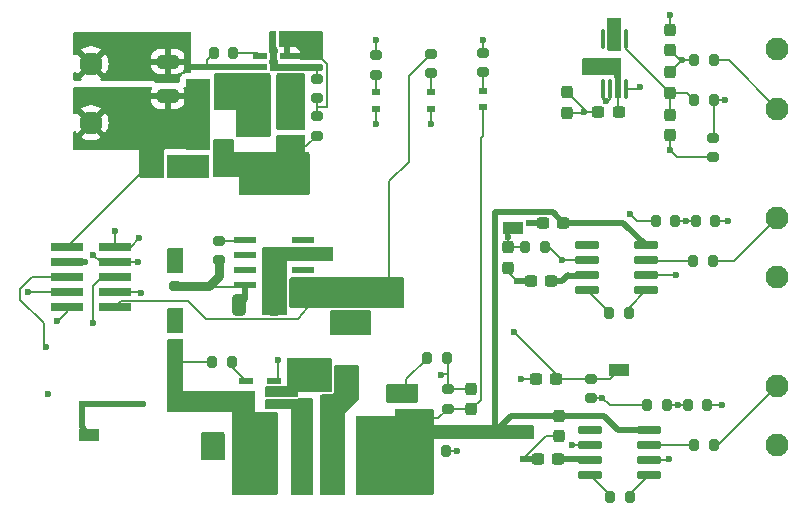
<source format=gbr>
%TF.GenerationSoftware,KiCad,Pcbnew,8.0.6*%
%TF.CreationDate,2024-11-16T21:14:38-08:00*%
%TF.ProjectId,CAN_adc,43414e5f-6164-4632-9e6b-696361645f70,rev?*%
%TF.SameCoordinates,Original*%
%TF.FileFunction,Copper,L1,Top*%
%TF.FilePolarity,Positive*%
%FSLAX46Y46*%
G04 Gerber Fmt 4.6, Leading zero omitted, Abs format (unit mm)*
G04 Created by KiCad (PCBNEW 8.0.6) date 2024-11-16 21:14:38*
%MOMM*%
%LPD*%
G01*
G04 APERTURE LIST*
G04 Aperture macros list*
%AMRoundRect*
0 Rectangle with rounded corners*
0 $1 Rounding radius*
0 $2 $3 $4 $5 $6 $7 $8 $9 X,Y pos of 4 corners*
0 Add a 4 corners polygon primitive as box body*
4,1,4,$2,$3,$4,$5,$6,$7,$8,$9,$2,$3,0*
0 Add four circle primitives for the rounded corners*
1,1,$1+$1,$2,$3*
1,1,$1+$1,$4,$5*
1,1,$1+$1,$6,$7*
1,1,$1+$1,$8,$9*
0 Add four rect primitives between the rounded corners*
20,1,$1+$1,$2,$3,$4,$5,0*
20,1,$1+$1,$4,$5,$6,$7,0*
20,1,$1+$1,$6,$7,$8,$9,0*
20,1,$1+$1,$8,$9,$2,$3,0*%
G04 Aperture macros list end*
%TA.AperFunction,SMDPad,CuDef*%
%ADD10RoundRect,0.250000X-0.325000X-0.650000X0.325000X-0.650000X0.325000X0.650000X-0.325000X0.650000X0*%
%TD*%
%TA.AperFunction,SMDPad,CuDef*%
%ADD11RoundRect,0.075000X0.910000X0.225000X-0.910000X0.225000X-0.910000X-0.225000X0.910000X-0.225000X0*%
%TD*%
%TA.AperFunction,SMDPad,CuDef*%
%ADD12RoundRect,0.100000X-0.100000X0.712500X-0.100000X-0.712500X0.100000X-0.712500X0.100000X0.712500X0*%
%TD*%
%TA.AperFunction,SMDPad,CuDef*%
%ADD13R,2.670000X2.540000*%
%TD*%
%TA.AperFunction,SMDPad,CuDef*%
%ADD14R,0.762000X1.270000*%
%TD*%
%TA.AperFunction,SMDPad,CuDef*%
%ADD15R,1.219200X0.508000*%
%TD*%
%TA.AperFunction,SMDPad,CuDef*%
%ADD16R,1.981200X0.533400*%
%TD*%
%TA.AperFunction,SMDPad,CuDef*%
%ADD17R,1.800000X1.000000*%
%TD*%
%TA.AperFunction,SMDPad,CuDef*%
%ADD18RoundRect,0.200000X0.200000X0.275000X-0.200000X0.275000X-0.200000X-0.275000X0.200000X-0.275000X0*%
%TD*%
%TA.AperFunction,SMDPad,CuDef*%
%ADD19RoundRect,0.200000X-0.275000X0.200000X-0.275000X-0.200000X0.275000X-0.200000X0.275000X0.200000X0*%
%TD*%
%TA.AperFunction,SMDPad,CuDef*%
%ADD20RoundRect,0.200000X0.275000X-0.200000X0.275000X0.200000X-0.275000X0.200000X-0.275000X-0.200000X0*%
%TD*%
%TA.AperFunction,SMDPad,CuDef*%
%ADD21RoundRect,0.200000X-0.200000X-0.275000X0.200000X-0.275000X0.200000X0.275000X-0.200000X0.275000X0*%
%TD*%
%TA.AperFunction,SMDPad,CuDef*%
%ADD22RoundRect,0.250001X-0.462499X-1.074999X0.462499X-1.074999X0.462499X1.074999X-0.462499X1.074999X0*%
%TD*%
%TA.AperFunction,SMDPad,CuDef*%
%ADD23RoundRect,0.250001X-1.074999X0.462499X-1.074999X-0.462499X1.074999X-0.462499X1.074999X0.462499X0*%
%TD*%
%TA.AperFunction,SMDPad,CuDef*%
%ADD24R,2.790000X0.740000*%
%TD*%
%TA.AperFunction,ComponentPad*%
%ADD25C,1.950000*%
%TD*%
%TA.AperFunction,SMDPad,CuDef*%
%ADD26R,0.800000X0.600000*%
%TD*%
%TA.AperFunction,SMDPad,CuDef*%
%ADD27RoundRect,0.150000X0.200000X-0.150000X0.200000X0.150000X-0.200000X0.150000X-0.200000X-0.150000X0*%
%TD*%
%TA.AperFunction,SMDPad,CuDef*%
%ADD28RoundRect,0.237500X0.300000X0.237500X-0.300000X0.237500X-0.300000X-0.237500X0.300000X-0.237500X0*%
%TD*%
%TA.AperFunction,SMDPad,CuDef*%
%ADD29RoundRect,0.237500X-0.237500X0.300000X-0.237500X-0.300000X0.237500X-0.300000X0.237500X0.300000X0*%
%TD*%
%TA.AperFunction,SMDPad,CuDef*%
%ADD30RoundRect,0.250000X0.475000X-0.337500X0.475000X0.337500X-0.475000X0.337500X-0.475000X-0.337500X0*%
%TD*%
%TA.AperFunction,SMDPad,CuDef*%
%ADD31RoundRect,0.237500X-0.300000X-0.237500X0.300000X-0.237500X0.300000X0.237500X-0.300000X0.237500X0*%
%TD*%
%TA.AperFunction,SMDPad,CuDef*%
%ADD32RoundRect,0.250000X-0.650000X0.412500X-0.650000X-0.412500X0.650000X-0.412500X0.650000X0.412500X0*%
%TD*%
%TA.AperFunction,SMDPad,CuDef*%
%ADD33RoundRect,0.237500X0.237500X-0.300000X0.237500X0.300000X-0.237500X0.300000X-0.237500X-0.300000X0*%
%TD*%
%TA.AperFunction,SMDPad,CuDef*%
%ADD34RoundRect,0.250000X0.337500X0.475000X-0.337500X0.475000X-0.337500X-0.475000X0.337500X-0.475000X0*%
%TD*%
%TA.AperFunction,SMDPad,CuDef*%
%ADD35RoundRect,0.250000X-0.650000X0.325000X-0.650000X-0.325000X0.650000X-0.325000X0.650000X0.325000X0*%
%TD*%
%TA.AperFunction,ViaPad*%
%ADD36C,0.600000*%
%TD*%
%TA.AperFunction,Conductor*%
%ADD37C,0.508000*%
%TD*%
%TA.AperFunction,Conductor*%
%ADD38C,0.200000*%
%TD*%
%TA.AperFunction,Conductor*%
%ADD39C,0.762000*%
%TD*%
G04 APERTURE END LIST*
D10*
%TO.P,C19,1*%
%TO.N,Net-(U2-IN)*%
X89525000Y-78600000D03*
%TO.P,C19,2*%
%TO.N,GND*%
X92475000Y-78600000D03*
%TD*%
D11*
%TO.P,U11,8*%
%TO.N,Net-(R31-Pad2)*%
X119030000Y-77405000D03*
%TO.P,U11,7,VCC+*%
%TO.N,/5V*%
X119030000Y-76135000D03*
%TO.P,U11,6*%
%TO.N,Net-(R26-Pad1)*%
X119030000Y-74865000D03*
%TO.P,U11,5,NC*%
%TO.N,unconnected-(U11-NC-Pad5)*%
X119030000Y-73595000D03*
%TO.P,U11,4,VCC-*%
%TO.N,/N5V*%
X123970000Y-73595000D03*
%TO.P,U11,3*%
%TO.N,Net-(R29-Pad2)*%
X123970000Y-74865000D03*
%TO.P,U11,2*%
%TO.N,Net-(R30-Pad2)*%
X123970000Y-76135000D03*
%TO.P,U11,1*%
%TO.N,/Analog_input/OFFSET*%
X123970000Y-77405000D03*
%TD*%
D12*
%TO.P,U9,1,-IN*%
%TO.N,Net-(C10-Pad2)*%
X122275000Y-56087500D03*
%TO.P,U9,2,REF*%
%TO.N,GND*%
X121625000Y-56087500D03*
%TO.P,U9,3,-Vs*%
X120975000Y-56087500D03*
%TO.P,U9,4*%
%TO.N,N/C*%
X120325000Y-56087500D03*
%TO.P,U9,5,SENSE*%
%TO.N,/IN1*%
X120325000Y-60312500D03*
%TO.P,U9,6*%
X120975000Y-60312500D03*
%TO.P,U9,7,+Vs*%
%TO.N,/5V*%
X121625000Y-60312500D03*
%TO.P,U9,8,+IN*%
%TO.N,Net-(C8-Pad2)*%
X122275000Y-60312500D03*
%TD*%
D11*
%TO.P,U7,1*%
%TO.N,/Analog_input1/OFFSET*%
X124215000Y-93005000D03*
%TO.P,U7,2*%
%TO.N,Net-(R20-Pad2)*%
X124215000Y-91735000D03*
%TO.P,U7,3*%
%TO.N,Net-(R19-Pad2)*%
X124215000Y-90465000D03*
%TO.P,U7,4,VCC-*%
%TO.N,/N5V*%
X124215000Y-89195000D03*
%TO.P,U7,5,NC*%
%TO.N,unconnected-(U7-NC-Pad5)*%
X119275000Y-89195000D03*
%TO.P,U7,6*%
%TO.N,Net-(R22-Pad2)*%
X119275000Y-90465000D03*
%TO.P,U7,7,VCC+*%
%TO.N,/5V*%
X119275000Y-91735000D03*
%TO.P,U7,8*%
%TO.N,Net-(R21-Pad2)*%
X119275000Y-93005000D03*
%TD*%
D13*
%TO.P,U6,1*%
%TO.N,GND*%
X95990000Y-84600000D03*
D14*
%TO.P,U6,2*%
%TO.N,Net-(C14-Pad2)*%
X98341000Y-84600000D03*
%TD*%
D13*
%TO.P,U5,1*%
%TO.N,Net-(U3-SW)*%
X88800000Y-60400000D03*
D14*
%TO.P,U5,2*%
%TO.N,GND*%
X86449000Y-60400000D03*
%TD*%
D15*
%TO.P,U4,1,SW*%
%TO.N,Net-(U4-SW)*%
X92519200Y-86939800D03*
%TO.P,U4,2,GND*%
%TO.N,GND*%
X92519200Y-86000000D03*
%TO.P,U4,3,NFB*%
%TO.N,/Input_Power/N5V_FB*%
X92519200Y-85060200D03*
%TO.P,U4,4,~SHDN*%
%TO.N,Net-(U4-~SHDN)*%
X90080800Y-85060200D03*
%TO.P,U4,5,VIN*%
%TO.N,Net-(U4-VIN)*%
X90080800Y-86939800D03*
%TD*%
%TO.P,U3,1,BOOST*%
%TO.N,/Input_Power/BOOST*%
X93593000Y-59450000D03*
%TO.P,U3,2,GND*%
%TO.N,GND*%
X93593000Y-58500000D03*
%TO.P,U3,3,FB*%
%TO.N,Net-(U3-FB)*%
X93593000Y-57550000D03*
%TO.P,U3,4,\u002ASHDN*%
%TO.N,Net-(U3-\u002ASHDN)*%
X91307000Y-57550000D03*
%TO.P,U3,5,VIN*%
%TO.N,/Input_Power/V_IN*%
X91307000Y-58500000D03*
%TO.P,U3,6,SW*%
%TO.N,Net-(U3-SW)*%
X91307000Y-59450000D03*
%TD*%
D16*
%TO.P,U2,1,OUT*%
%TO.N,/3V3*%
X94963800Y-76905000D03*
%TO.P,U2,2,NC_2*%
%TO.N,unconnected-(U2-NC_2-Pad2)*%
X94963800Y-75635000D03*
%TO.P,U2,3,GND*%
%TO.N,GND*%
X94963800Y-74365000D03*
%TO.P,U2,4,NC*%
%TO.N,unconnected-(U2-NC-Pad4)*%
X94963800Y-73095000D03*
%TO.P,U2,5,~SHDN*%
%TO.N,Net-(U2-~SHDN)*%
X90036200Y-73095000D03*
%TO.P,U2,6,NC_3*%
%TO.N,unconnected-(U2-NC_3-Pad6)*%
X90036200Y-74365000D03*
%TO.P,U2,7,NC_4*%
%TO.N,unconnected-(U2-NC_4-Pad7)*%
X90036200Y-75635000D03*
%TO.P,U2,8,IN*%
%TO.N,Net-(U2-IN)*%
X90036200Y-76905000D03*
%TD*%
D17*
%TO.P,TP7,1*%
%TO.N,/IN3*%
X112700000Y-72100000D03*
%TD*%
%TO.P,TP6,1*%
%TO.N,/IN4*%
X121700000Y-84100000D03*
%TD*%
%TO.P,TP5,1*%
%TO.N,/3V3*%
X76800000Y-89600000D03*
%TD*%
%TO.P,TP4,1*%
%TO.N,/3V3*%
X102261800Y-77000000D03*
%TD*%
%TO.P,TP3,1*%
%TO.N,/N5V*%
X104800000Y-94000000D03*
%TD*%
%TO.P,TP2,1*%
%TO.N,/5V*%
X94300000Y-67200000D03*
%TD*%
D18*
%TO.P,R32,2*%
%TO.N,Net-(R26-Pad1)*%
X124800000Y-71500000D03*
%TO.P,R32,1*%
%TO.N,Net-(R30-Pad2)*%
X126450000Y-71500000D03*
%TD*%
%TO.P,R31,2*%
%TO.N,Net-(R31-Pad2)*%
X120875000Y-79300000D03*
%TO.P,R31,1*%
%TO.N,/Analog_input/OFFSET*%
X122525000Y-79300000D03*
%TD*%
%TO.P,R30,2*%
%TO.N,Net-(R30-Pad2)*%
X128200000Y-71500000D03*
%TO.P,R30,1*%
%TO.N,GND*%
X129850000Y-71500000D03*
%TD*%
%TO.P,R29,2*%
%TO.N,Net-(R29-Pad2)*%
X127975000Y-74900000D03*
%TO.P,R29,1*%
%TO.N,/Analog_input/IN+*%
X129625000Y-74900000D03*
%TD*%
D19*
%TO.P,R27,2*%
%TO.N,Net-(D4-Pad2)*%
X110200000Y-58925000D03*
%TO.P,R27,1*%
%TO.N,GND*%
X110200000Y-57275000D03*
%TD*%
D18*
%TO.P,R26,2*%
%TO.N,/IN3*%
X113775000Y-73700000D03*
%TO.P,R26,1*%
%TO.N,Net-(R26-Pad1)*%
X115425000Y-73700000D03*
%TD*%
D19*
%TO.P,R25,1*%
%TO.N,/3V3*%
X105800000Y-57375000D03*
%TO.P,R25,2*%
%TO.N,Net-(D3-Pad2)*%
X105800000Y-59025000D03*
%TD*%
%TO.P,R24,1*%
%TO.N,/5V*%
X101100000Y-57500000D03*
%TO.P,R24,2*%
%TO.N,Net-(D2-Pad2)*%
X101100000Y-59150000D03*
%TD*%
D20*
%TO.P,R23,1*%
%TO.N,Net-(R22-Pad2)*%
X119300000Y-86525000D03*
%TO.P,R23,2*%
%TO.N,/IN4*%
X119300000Y-84875000D03*
%TD*%
D18*
%TO.P,R22,1*%
%TO.N,Net-(R20-Pad2)*%
X125750000Y-87100000D03*
%TO.P,R22,2*%
%TO.N,Net-(R22-Pad2)*%
X124100000Y-87100000D03*
%TD*%
%TO.P,R21,1*%
%TO.N,/Analog_input1/OFFSET*%
X122625000Y-94900000D03*
%TO.P,R21,2*%
%TO.N,Net-(R21-Pad2)*%
X120975000Y-94900000D03*
%TD*%
%TO.P,R20,1*%
%TO.N,GND*%
X129150000Y-87100000D03*
%TO.P,R20,2*%
%TO.N,Net-(R20-Pad2)*%
X127500000Y-87100000D03*
%TD*%
%TO.P,R19,1*%
%TO.N,/Analog_input1/IN+*%
X129725000Y-90500000D03*
%TO.P,R19,2*%
%TO.N,Net-(R19-Pad2)*%
X128075000Y-90500000D03*
%TD*%
D20*
%TO.P,R18,1*%
%TO.N,GND*%
X129700000Y-66125000D03*
%TO.P,R18,2*%
%TO.N,/Thermocouple_conditioning/IN-*%
X129700000Y-64475000D03*
%TD*%
D18*
%TO.P,R17,1*%
%TO.N,/Thermocouple_conditioning/IN+*%
X129725000Y-57900000D03*
%TO.P,R17,2*%
%TO.N,Net-(C8-Pad2)*%
X128075000Y-57900000D03*
%TD*%
%TO.P,R16,1*%
%TO.N,/Thermocouple_conditioning/IN-*%
X129725000Y-61300000D03*
%TO.P,R16,2*%
%TO.N,Net-(C10-Pad2)*%
X128075000Y-61300000D03*
%TD*%
D20*
%TO.P,R11,1*%
%TO.N,/N5V*%
X107200000Y-87425000D03*
%TO.P,R11,2*%
%TO.N,/Input_Power/N5V_FB*%
X107200000Y-85775000D03*
%TD*%
D18*
%TO.P,R10,1*%
%TO.N,/Input_Power/N5V_FB*%
X107125000Y-83100000D03*
%TO.P,R10,2*%
%TO.N,GND*%
X105475000Y-83100000D03*
%TD*%
D21*
%TO.P,R9,1*%
%TO.N,/N5V*%
X105375000Y-91000000D03*
%TO.P,R9,2*%
%TO.N,GND*%
X107025000Y-91000000D03*
%TD*%
%TO.P,R8,1*%
%TO.N,Net-(U4-VIN)*%
X87275000Y-83500000D03*
%TO.P,R8,2*%
%TO.N,Net-(U4-~SHDN)*%
X88925000Y-83500000D03*
%TD*%
D19*
%TO.P,R7,1*%
%TO.N,/5V*%
X84100000Y-80475000D03*
%TO.P,R7,2*%
%TO.N,Net-(U4-VIN)*%
X84100000Y-82125000D03*
%TD*%
%TO.P,R6,1*%
%TO.N,/3V3*%
X100000000Y-77975000D03*
%TO.P,R6,2*%
%TO.N,GND*%
X100000000Y-79625000D03*
%TD*%
%TO.P,R5,1*%
%TO.N,/5V*%
X84100000Y-75375000D03*
%TO.P,R5,2*%
%TO.N,Net-(U2-IN)*%
X84100000Y-77025000D03*
%TD*%
%TO.P,R4,1*%
%TO.N,Net-(U2-~SHDN)*%
X87800000Y-73175000D03*
%TO.P,R4,2*%
%TO.N,Net-(U2-IN)*%
X87800000Y-74825000D03*
%TD*%
D20*
%TO.P,R3,1*%
%TO.N,Net-(U3-FB)*%
X96100000Y-61125000D03*
%TO.P,R3,2*%
%TO.N,GND*%
X96100000Y-59475000D03*
%TD*%
%TO.P,R2,2*%
%TO.N,Net-(U3-FB)*%
X96100000Y-62675000D03*
%TO.P,R2,1*%
%TO.N,/5V*%
X96100000Y-64325000D03*
%TD*%
D18*
%TO.P,R1,1*%
%TO.N,Net-(U3-\u002ASHDN)*%
X89025000Y-57300000D03*
%TO.P,R1,2*%
%TO.N,/Input_Power/V_IN*%
X87375000Y-57300000D03*
%TD*%
D22*
%TO.P,L5,1,1*%
%TO.N,Net-(C14-Pad2)*%
X97412500Y-89600000D03*
%TO.P,L5,2,2*%
%TO.N,/N5V*%
X100387500Y-89600000D03*
%TD*%
%TO.P,L4,1,1*%
%TO.N,Net-(C14-Pad2)*%
X97412500Y-93200000D03*
%TO.P,L4,2,2*%
%TO.N,/N5V*%
X100387500Y-93200000D03*
%TD*%
%TO.P,L3,1,1*%
%TO.N,Net-(U4-VIN)*%
X91812500Y-93200000D03*
%TO.P,L3,2,2*%
%TO.N,Net-(U4-SW)*%
X94787500Y-93200000D03*
%TD*%
%TO.P,L2,1,1*%
%TO.N,Net-(U4-VIN)*%
X91812500Y-89600000D03*
%TO.P,L2,2,2*%
%TO.N,Net-(U4-SW)*%
X94787500Y-89600000D03*
%TD*%
D23*
%TO.P,L1,1,1*%
%TO.N,Net-(U3-SW)*%
X90900000Y-63512500D03*
%TO.P,L1,2,2*%
%TO.N,/5V*%
X90900000Y-66487500D03*
%TD*%
D24*
%TO.P,J5,1*%
%TO.N,/3V3*%
X79035000Y-78840000D03*
%TO.P,J5,2*%
%TO.N,/DOUT*%
X74965000Y-78840000D03*
%TO.P,J5,3*%
%TO.N,/IN1*%
X79035000Y-77570000D03*
%TO.P,J5,4*%
%TO.N,/CSn*%
X74965000Y-77570000D03*
%TO.P,J5,5*%
%TO.N,/IN2*%
X79035000Y-76300000D03*
%TO.P,J5,6*%
%TO.N,/SCLK*%
X74965000Y-76300000D03*
%TO.P,J5,7*%
%TO.N,/IN3*%
X79035000Y-75030000D03*
%TO.P,J5,8*%
%TO.N,/DIN*%
X74965000Y-75030000D03*
%TO.P,J5,9*%
%TO.N,/IN4*%
X79035000Y-73760000D03*
%TO.P,J5,10*%
%TO.N,GND*%
X74965000Y-73760000D03*
%TD*%
D25*
%TO.P,J4,1*%
%TO.N,GND*%
X135100000Y-90500000D03*
%TO.P,J4,2*%
%TO.N,/Analog_input1/IN+*%
X135100000Y-85500000D03*
%TD*%
%TO.P,J3,2*%
%TO.N,/Analog_input/IN+*%
X135100000Y-71250000D03*
%TO.P,J3,1*%
%TO.N,GND*%
X135100000Y-76250000D03*
%TD*%
%TO.P,J2,2*%
%TO.N,/Thermocouple_conditioning/IN-*%
X135100000Y-57000000D03*
%TO.P,J2,1*%
%TO.N,/Thermocouple_conditioning/IN+*%
X135100000Y-62000000D03*
%TD*%
%TO.P,J1,2*%
%TO.N,GND*%
X77000000Y-63200000D03*
%TO.P,J1,1*%
%TO.N,/Input_Power/V_IN*%
X77000000Y-58200000D03*
%TD*%
D26*
%TO.P,D4,1*%
%TO.N,/N5V*%
X110200000Y-61900000D03*
%TO.P,D4,2*%
%TO.N,Net-(D4-Pad2)*%
X110200000Y-60500000D03*
%TD*%
%TO.P,D3,2*%
%TO.N,Net-(D3-Pad2)*%
X105800000Y-60600000D03*
%TO.P,D3,1*%
%TO.N,GND*%
X105800000Y-62000000D03*
%TD*%
%TO.P,D2,2*%
%TO.N,Net-(D2-Pad2)*%
X101100000Y-60625000D03*
%TO.P,D2,1*%
%TO.N,GND*%
X101100000Y-62025000D03*
%TD*%
D27*
%TO.P,D1,1,K*%
%TO.N,/Input_Power/BOOST*%
X93600000Y-63200000D03*
%TO.P,D1,2,A*%
%TO.N,/5V*%
X93600000Y-64600000D03*
%TD*%
D28*
%TO.P,C27,2*%
%TO.N,GND*%
X115275000Y-71700000D03*
%TO.P,C27,1*%
%TO.N,/N5V*%
X117000000Y-71700000D03*
%TD*%
%TO.P,C26,2*%
%TO.N,GND*%
X114237500Y-76600000D03*
%TO.P,C26,1*%
%TO.N,/5V*%
X115962500Y-76600000D03*
%TD*%
D29*
%TO.P,C21,2*%
%TO.N,GND*%
X112300000Y-75462500D03*
%TO.P,C21,1*%
%TO.N,/IN3*%
X112300000Y-73737500D03*
%TD*%
D28*
%TO.P,C18,1*%
%TO.N,/IN4*%
X116362500Y-84900000D03*
%TO.P,C18,2*%
%TO.N,GND*%
X114637500Y-84900000D03*
%TD*%
D29*
%TO.P,C17,1*%
%TO.N,/N5V*%
X116600000Y-88037500D03*
%TO.P,C17,2*%
%TO.N,GND*%
X116600000Y-89762500D03*
%TD*%
D28*
%TO.P,C16,1*%
%TO.N,/5V*%
X116562500Y-91700000D03*
%TO.P,C16,2*%
%TO.N,GND*%
X114837500Y-91700000D03*
%TD*%
D30*
%TO.P,C15,2*%
%TO.N,GND*%
X103700000Y-86162500D03*
%TO.P,C15,1*%
%TO.N,/N5V*%
X103700000Y-88237500D03*
%TD*%
D31*
%TO.P,C14,1*%
%TO.N,Net-(U4-SW)*%
X95237500Y-87100000D03*
%TO.P,C14,2*%
%TO.N,Net-(C14-Pad2)*%
X96962500Y-87100000D03*
%TD*%
D32*
%TO.P,C13,1*%
%TO.N,Net-(U4-VIN)*%
X87300000Y-86937500D03*
%TO.P,C13,2*%
%TO.N,GND*%
X87300000Y-90062500D03*
%TD*%
D29*
%TO.P,C12,1*%
%TO.N,/3V3*%
X97900000Y-78037500D03*
%TO.P,C12,2*%
%TO.N,GND*%
X97900000Y-79762500D03*
%TD*%
D33*
%TO.P,C10,1*%
%TO.N,GND*%
X126000000Y-64262500D03*
%TO.P,C10,2*%
%TO.N,Net-(C10-Pad2)*%
X126000000Y-62537500D03*
%TD*%
%TO.P,C9,1*%
%TO.N,Net-(C8-Pad2)*%
X126000000Y-57062500D03*
%TO.P,C9,2*%
%TO.N,GND*%
X126000000Y-55337500D03*
%TD*%
%TO.P,C8,1*%
%TO.N,Net-(C10-Pad2)*%
X126000000Y-60662500D03*
%TO.P,C8,2*%
%TO.N,Net-(C8-Pad2)*%
X126000000Y-58937500D03*
%TD*%
%TO.P,C7,1*%
%TO.N,/N5V*%
X109200000Y-87462500D03*
%TO.P,C7,2*%
%TO.N,/Input_Power/N5V_FB*%
X109200000Y-85737500D03*
%TD*%
D34*
%TO.P,C6,1*%
%TO.N,Net-(C4-Pad2)*%
X84137500Y-66900000D03*
%TO.P,C6,2*%
%TO.N,GND*%
X82062500Y-66900000D03*
%TD*%
D33*
%TO.P,C5,1*%
%TO.N,GND*%
X117300000Y-62362500D03*
%TO.P,C5,2*%
X117300000Y-60637500D03*
%TD*%
D34*
%TO.P,C4,1*%
%TO.N,/5V*%
X88037500Y-66900000D03*
%TO.P,C4,2*%
%TO.N,Net-(C4-Pad2)*%
X85962500Y-66900000D03*
%TD*%
D28*
%TO.P,C3,1*%
%TO.N,/Input_Power/BOOST*%
X93355500Y-61200000D03*
%TO.P,C3,2*%
%TO.N,Net-(U3-SW)*%
X91630500Y-61200000D03*
%TD*%
%TO.P,C2,1*%
%TO.N,/5V*%
X121662500Y-62300000D03*
%TO.P,C2,2*%
%TO.N,GND*%
X119937500Y-62300000D03*
%TD*%
D35*
%TO.P,C1,1*%
%TO.N,/Input_Power/V_IN*%
X83500000Y-58025000D03*
%TO.P,C1,2*%
%TO.N,GND*%
X83500000Y-60975000D03*
%TD*%
D36*
%TO.N,GND*%
X87600000Y-91500000D03*
X86900000Y-91500000D03*
X99300000Y-80900000D03*
X98400000Y-80900000D03*
%TO.N,/IN4*%
X79000000Y-72400000D03*
%TO.N,/CSn*%
X71620134Y-77570000D03*
%TO.N,/IN3*%
X77200000Y-74400000D03*
%TO.N,/DOUT*%
X74100000Y-80000000D03*
%TO.N,/SCLK*%
X73220134Y-82179866D03*
%TO.N,/IN2*%
X77200000Y-80200000D03*
%TO.N,/DIN*%
X76500000Y-75000000D03*
%TO.N,/IN1*%
X81200000Y-77600000D03*
X120600000Y-61400000D03*
%TO.N,/IN4*%
X81100000Y-73000000D03*
%TO.N,/IN3*%
X81000000Y-75000000D03*
%TO.N,GND*%
X73331250Y-86168750D03*
%TO.N,/3V3*%
X76200000Y-87000000D03*
X81400000Y-87000000D03*
X96100000Y-77900000D03*
%TO.N,/5V*%
X117400000Y-76200000D03*
%TO.N,/IN4*%
X112800000Y-80900000D03*
%TO.N,/IN3*%
X112300000Y-72900000D03*
%TO.N,GND*%
X114100000Y-71700000D03*
X113100000Y-76600000D03*
%TO.N,Net-(R30-Pad2)*%
X127400000Y-71500000D03*
X126565000Y-76135000D03*
%TO.N,GND*%
X130900000Y-71500000D03*
%TO.N,Net-(R26-Pad1)*%
X116900000Y-74865000D03*
X122600000Y-70900000D03*
%TO.N,Net-(R22-Pad2)*%
X117750000Y-90450000D03*
X120300000Y-86500000D03*
%TO.N,GND*%
X113400000Y-84900000D03*
X113600000Y-91700000D03*
%TO.N,/5V*%
X117700000Y-91700000D03*
%TO.N,Net-(R20-Pad2)*%
X126725000Y-87100000D03*
X125900000Y-91700000D03*
%TO.N,/Thermocouple_conditioning/IN-*%
X130700000Y-61300000D03*
%TO.N,GND*%
X130400000Y-87100000D03*
%TO.N,/5V*%
X118900000Y-58100000D03*
X118900000Y-58800000D03*
%TO.N,GND*%
X118700000Y-62300000D03*
%TO.N,Net-(C8-Pad2)*%
X127037500Y-57900000D03*
X123500000Y-60200000D03*
%TO.N,GND*%
X126000000Y-65500000D03*
X126000000Y-54100000D03*
X121300000Y-54600000D03*
X110200000Y-56200000D03*
X108000000Y-91000000D03*
%TO.N,/Input_Power/N5V_FB*%
X92800000Y-83300000D03*
X106600000Y-84600000D03*
%TO.N,GND*%
X102300000Y-86400000D03*
X102300000Y-85700000D03*
X93900000Y-85900000D03*
%TO.N,/5V*%
X83700000Y-79300000D03*
X84400000Y-79300000D03*
%TO.N,GND*%
X105800000Y-63300000D03*
X92500000Y-75000000D03*
X92500000Y-75800000D03*
%TO.N,/5V*%
X83700000Y-74200000D03*
X84400000Y-74200000D03*
%TO.N,GND*%
X96800000Y-74400000D03*
%TO.N,/5V*%
X101100000Y-56187500D03*
X90700000Y-68300000D03*
X92100000Y-68300000D03*
X94500000Y-68300000D03*
X93400000Y-68300000D03*
%TO.N,GND*%
X101100000Y-63325000D03*
X86200000Y-63000000D03*
X86200000Y-64000000D03*
X94800000Y-58500000D03*
X92450000Y-58500000D03*
X82000000Y-64000000D03*
X83000000Y-64000000D03*
X84000000Y-64000000D03*
X84000000Y-63000000D03*
X83000000Y-63000000D03*
X82000000Y-63000000D03*
%TD*%
D37*
%TO.N,/Input_Power/V_IN*%
X91307000Y-58500000D02*
X89900000Y-58500000D01*
%TO.N,Net-(U2-IN)*%
X90036200Y-78088800D02*
X89525000Y-78600000D01*
X90036200Y-76905000D02*
X90036200Y-78088800D01*
D38*
%TO.N,Net-(U2-~SHDN)*%
X89956200Y-73175000D02*
X90036200Y-73095000D01*
X87800000Y-73175000D02*
X89956200Y-73175000D01*
%TO.N,GND*%
X126625000Y-66125000D02*
X126000000Y-65500000D01*
X129700000Y-66125000D02*
X126625000Y-66125000D01*
D37*
%TO.N,/N5V*%
X111200000Y-70800000D02*
X111200000Y-89400000D01*
X111229000Y-70771000D02*
X111200000Y-70800000D01*
X117000000Y-71700000D02*
X116071000Y-70771000D01*
X116071000Y-70771000D02*
X111229000Y-70771000D01*
D38*
%TO.N,/IN3*%
X79065000Y-75000000D02*
X79035000Y-75030000D01*
X81000000Y-75000000D02*
X79065000Y-75000000D01*
%TO.N,/IN4*%
X80340000Y-73760000D02*
X79035000Y-73760000D01*
X81100000Y-73000000D02*
X80340000Y-73760000D01*
X79000000Y-73725000D02*
X79035000Y-73760000D01*
X79000000Y-72400000D02*
X79000000Y-73725000D01*
%TO.N,/IN3*%
X77830000Y-75030000D02*
X79035000Y-75030000D01*
X77200000Y-74400000D02*
X77830000Y-75030000D01*
%TO.N,/SCLK*%
X71020134Y-77321471D02*
X72041605Y-76300000D01*
X71020134Y-78219331D02*
X71020134Y-77321471D01*
X72041605Y-76300000D02*
X74965000Y-76300000D01*
X73000000Y-81959732D02*
X73000000Y-80199197D01*
X73000000Y-80199197D02*
X71020134Y-78219331D01*
X73220134Y-82179866D02*
X73000000Y-81959732D01*
%TO.N,/CSn*%
X71620134Y-77570000D02*
X74965000Y-77570000D01*
%TO.N,/DOUT*%
X74965000Y-79235000D02*
X74965000Y-78840000D01*
X74200000Y-80000000D02*
X74965000Y-79235000D01*
X74100000Y-80000000D02*
X74200000Y-80000000D01*
%TO.N,/IN2*%
X77940000Y-76300000D02*
X79035000Y-76300000D01*
X77200000Y-80200000D02*
X77200000Y-77040000D01*
X77200000Y-77040000D02*
X77940000Y-76300000D01*
%TO.N,/IN1*%
X81170000Y-77570000D02*
X81200000Y-77600000D01*
X79035000Y-77570000D02*
X81170000Y-77570000D01*
D37*
%TO.N,/3V3*%
X76200000Y-89000000D02*
X76800000Y-89600000D01*
X76200000Y-87000000D02*
X76200000Y-89000000D01*
X81400000Y-87000000D02*
X76200000Y-87000000D01*
D38*
X96100000Y-77900000D02*
X96100000Y-78200000D01*
D37*
%TO.N,/5V*%
X117400000Y-76200000D02*
X117365000Y-76135000D01*
D38*
%TO.N,/IN4*%
X116362500Y-84462500D02*
X112800000Y-80900000D01*
X116362500Y-84900000D02*
X116362500Y-84462500D01*
%TO.N,/IN3*%
X112300000Y-72900000D02*
X112300000Y-72500000D01*
X112300000Y-72500000D02*
X112700000Y-72100000D01*
X112300000Y-73737500D02*
X112300000Y-72900000D01*
%TO.N,Net-(R26-Pad1)*%
X115735000Y-73700000D02*
X116900000Y-74865000D01*
X115425000Y-73700000D02*
X115735000Y-73700000D01*
%TO.N,/IN3*%
X113737500Y-73737500D02*
X113775000Y-73700000D01*
X112300000Y-73737500D02*
X113737500Y-73737500D01*
%TO.N,GND*%
X112300000Y-75800000D02*
X113100000Y-76600000D01*
X112300000Y-75462500D02*
X112300000Y-75800000D01*
D37*
X115275000Y-71700000D02*
X114100000Y-71700000D01*
%TO.N,/N5V*%
X122075000Y-71700000D02*
X117000000Y-71700000D01*
X123970000Y-73595000D02*
X122075000Y-71700000D01*
%TO.N,GND*%
X114237500Y-76600000D02*
X113100000Y-76600000D01*
%TO.N,/5V*%
X116900000Y-76600000D02*
X115962500Y-76600000D01*
X117365000Y-76135000D02*
X116900000Y-76600000D01*
X119030000Y-76135000D02*
X117400000Y-76200000D01*
D38*
X115962500Y-76600000D02*
X116100000Y-76600000D01*
%TO.N,Net-(R30-Pad2)*%
X127400000Y-71500000D02*
X128200000Y-71500000D01*
X126565000Y-76135000D02*
X126600000Y-76100000D01*
X123970000Y-76135000D02*
X126565000Y-76135000D01*
%TO.N,GND*%
X129850000Y-71500000D02*
X130900000Y-71500000D01*
X130400000Y-87100000D02*
X129150000Y-87100000D01*
%TO.N,Net-(R26-Pad1)*%
X116900000Y-74865000D02*
X119030000Y-74865000D01*
X123200000Y-71500000D02*
X122600000Y-70900000D01*
X124800000Y-71500000D02*
X123200000Y-71500000D01*
%TO.N,Net-(R29-Pad2)*%
X127975000Y-74900000D02*
X124005000Y-74900000D01*
X124005000Y-74900000D02*
X123970000Y-74865000D01*
%TO.N,Net-(R30-Pad2)*%
X126450000Y-71500000D02*
X127400000Y-71500000D01*
%TO.N,/Analog_input/IN+*%
X135100000Y-71250000D02*
X131450000Y-74900000D01*
X131450000Y-74900000D02*
X129625000Y-74900000D01*
%TO.N,Net-(R22-Pad2)*%
X124100000Y-87100000D02*
X120900000Y-87100000D01*
X120900000Y-87100000D02*
X120300000Y-86500000D01*
%TO.N,Net-(R31-Pad2)*%
X120875000Y-79250000D02*
X120875000Y-79300000D01*
X119030000Y-77405000D02*
X120875000Y-79250000D01*
%TO.N,/Analog_input/OFFSET*%
X122525000Y-78850000D02*
X122525000Y-79300000D01*
X123970000Y-77405000D02*
X122525000Y-78850000D01*
%TO.N,Net-(R22-Pad2)*%
X117750000Y-90450000D02*
X117700000Y-90400000D01*
X117765000Y-90465000D02*
X117750000Y-90450000D01*
X119275000Y-90465000D02*
X117765000Y-90465000D01*
X120275000Y-86525000D02*
X120300000Y-86500000D01*
X119300000Y-86525000D02*
X120275000Y-86525000D01*
%TO.N,/IN4*%
X119275000Y-84900000D02*
X119300000Y-84875000D01*
X116362500Y-84900000D02*
X119275000Y-84900000D01*
%TO.N,GND*%
X113400000Y-84900000D02*
X114637500Y-84900000D01*
X115537500Y-89762500D02*
X113600000Y-91700000D01*
X116600000Y-89762500D02*
X115537500Y-89762500D01*
%TO.N,/IN4*%
X120925000Y-84875000D02*
X121700000Y-84100000D01*
X119300000Y-84875000D02*
X120925000Y-84875000D01*
D37*
%TO.N,/N5V*%
X121595000Y-89195000D02*
X120400000Y-88000000D01*
D38*
X120400000Y-88000000D02*
X120362500Y-88037500D01*
D37*
X120362500Y-88037500D02*
X116600000Y-88037500D01*
X124215000Y-89195000D02*
X121595000Y-89195000D01*
D38*
X111200000Y-89400000D02*
X111100000Y-89500000D01*
D37*
X112562500Y-88037500D02*
X111200000Y-89400000D01*
X116600000Y-88037500D02*
X112562500Y-88037500D01*
%TO.N,GND*%
X114837500Y-91700000D02*
X113600000Y-91700000D01*
D38*
X114837500Y-91700000D02*
X114700000Y-91700000D01*
D37*
%TO.N,/5V*%
X117700000Y-91700000D02*
X119240000Y-91700000D01*
X116562500Y-91700000D02*
X117700000Y-91700000D01*
D38*
X119240000Y-91700000D02*
X119275000Y-91735000D01*
%TO.N,Net-(R20-Pad2)*%
X125865000Y-91735000D02*
X125900000Y-91700000D01*
X124215000Y-91735000D02*
X125865000Y-91735000D01*
X125750000Y-87100000D02*
X127500000Y-87100000D01*
%TO.N,/Analog_input1/IN+*%
X130100000Y-90500000D02*
X135100000Y-85500000D01*
X129725000Y-90500000D02*
X130100000Y-90500000D01*
%TO.N,Net-(R21-Pad2)*%
X120975000Y-94705000D02*
X119275000Y-93005000D01*
X120975000Y-94900000D02*
X120975000Y-94705000D01*
%TO.N,/Analog_input1/OFFSET*%
X122625000Y-94900000D02*
X122625000Y-94595000D01*
X122625000Y-94595000D02*
X124215000Y-93005000D01*
%TO.N,Net-(R19-Pad2)*%
X128040000Y-90465000D02*
X128075000Y-90500000D01*
X124215000Y-90465000D02*
X128040000Y-90465000D01*
%TO.N,/Thermocouple_conditioning/IN-*%
X129725000Y-61300000D02*
X130700000Y-61300000D01*
%TO.N,/Thermocouple_conditioning/IN+*%
X131000000Y-57900000D02*
X135100000Y-62000000D01*
X129725000Y-57900000D02*
X131000000Y-57900000D01*
X135100000Y-62000000D02*
X135000000Y-62000000D01*
%TO.N,/3V3*%
X94500000Y-79800000D02*
X96100000Y-77900000D01*
X86700648Y-79800000D02*
X94500000Y-79800000D01*
X85200648Y-78300000D02*
X86700648Y-79800000D01*
X79575000Y-78300000D02*
X85200648Y-78300000D01*
X79035000Y-78840000D02*
X79575000Y-78300000D01*
%TO.N,GND*%
X81825000Y-66900000D02*
X74965000Y-73760000D01*
X82062500Y-66900000D02*
X81825000Y-66900000D01*
X118700000Y-62037500D02*
X118700000Y-62300000D01*
X117300000Y-60637500D02*
X118700000Y-62037500D01*
X118637500Y-62362500D02*
X118700000Y-62300000D01*
X117300000Y-62362500D02*
X118637500Y-62362500D01*
%TO.N,/N5V*%
X110200000Y-61900000D02*
X110200000Y-64300000D01*
X110200000Y-64300000D02*
X109975000Y-64525000D01*
%TO.N,/3V3*%
X103900000Y-66500000D02*
X102261800Y-68138200D01*
X103900000Y-59275000D02*
X103900000Y-66500000D01*
X102261800Y-68138200D02*
X102261800Y-77000000D01*
X105800000Y-57375000D02*
X103900000Y-59275000D01*
%TO.N,/IN1*%
X120975000Y-61225000D02*
X120975000Y-60312500D01*
X120800000Y-61400000D02*
X120975000Y-61225000D01*
X120500000Y-61400000D02*
X120800000Y-61400000D01*
X120325000Y-61225000D02*
X120500000Y-61400000D01*
X120325000Y-60312500D02*
X120325000Y-61225000D01*
%TO.N,/5V*%
X121625000Y-62262500D02*
X121662500Y-62300000D01*
X121625000Y-60312500D02*
X121625000Y-62262500D01*
%TO.N,GND*%
X118700000Y-62300000D02*
X119937500Y-62300000D01*
%TO.N,Net-(C8-Pad2)*%
X122275000Y-60312500D02*
X123387500Y-60312500D01*
X123387500Y-60312500D02*
X123500000Y-60200000D01*
%TO.N,GND*%
X126000000Y-55337500D02*
X126000000Y-54100000D01*
X126000000Y-65500000D02*
X126000000Y-64262500D01*
%TO.N,/N5V*%
X109975000Y-86687500D02*
X109200000Y-87462500D01*
X110200000Y-61900000D02*
X110112500Y-61900000D01*
X109975000Y-64525000D02*
X109975000Y-86687500D01*
%TO.N,Net-(C10-Pad2)*%
X122275000Y-56937500D02*
X122275000Y-56087500D01*
X126000000Y-60662500D02*
X122275000Y-56937500D01*
X126000000Y-60662500D02*
X126000000Y-62537500D01*
%TO.N,Net-(C8-Pad2)*%
X126900000Y-57900000D02*
X128075000Y-57900000D01*
X126062500Y-57062500D02*
X126900000Y-57900000D01*
X126000000Y-57062500D02*
X126062500Y-57062500D01*
%TO.N,Net-(C10-Pad2)*%
X126000000Y-60662500D02*
X127437500Y-60662500D01*
X127437500Y-60662500D02*
X128075000Y-61300000D01*
%TO.N,Net-(C8-Pad2)*%
X127037500Y-57900000D02*
X126000000Y-58937500D01*
X128075000Y-57900000D02*
X127037500Y-57900000D01*
%TO.N,/Thermocouple_conditioning/IN-*%
X129725000Y-64450000D02*
X129700000Y-64475000D01*
X129725000Y-61300000D02*
X129725000Y-64450000D01*
%TO.N,/Thermocouple_conditioning/IN+*%
X129725000Y-57925000D02*
X129800000Y-58000000D01*
X129800000Y-58000000D02*
X130050000Y-57750000D01*
X129725000Y-57900000D02*
X129725000Y-57925000D01*
%TO.N,GND*%
X110200000Y-56200000D02*
X110200000Y-57275000D01*
%TO.N,Net-(D4-Pad2)*%
X110200000Y-60500000D02*
X110200000Y-58925000D01*
%TO.N,GND*%
X107025000Y-91000000D02*
X108000000Y-91000000D01*
X103700000Y-84900000D02*
X103700000Y-86162500D01*
X105500000Y-83100000D02*
X103700000Y-84900000D01*
X105475000Y-83100000D02*
X105500000Y-83100000D01*
%TO.N,/Input_Power/N5V_FB*%
X92519200Y-85060200D02*
X92800000Y-84779400D01*
X92800000Y-84779400D02*
X92800000Y-83300000D01*
X106700000Y-84500000D02*
X106600000Y-84600000D01*
X107200000Y-84500000D02*
X106700000Y-84500000D01*
X107200000Y-84500000D02*
X107200000Y-85775000D01*
X107200000Y-83425000D02*
X107200000Y-84500000D01*
%TO.N,/N5V*%
X106387500Y-88237500D02*
X107200000Y-87425000D01*
X103700000Y-88237500D02*
X106387500Y-88237500D01*
%TO.N,/Input_Power/N5V_FB*%
X107225000Y-85775000D02*
X107262500Y-85737500D01*
X107200000Y-85775000D02*
X107225000Y-85775000D01*
X107262500Y-85737500D02*
X109200000Y-85737500D01*
%TO.N,/N5V*%
X109162500Y-87425000D02*
X109200000Y-87462500D01*
X107200000Y-87425000D02*
X109162500Y-87425000D01*
%TO.N,Net-(U4-VIN)*%
X84100000Y-83500000D02*
X87275000Y-83500000D01*
X84100000Y-82125000D02*
X84100000Y-83500000D01*
%TO.N,Net-(U4-~SHDN)*%
X88925000Y-83904400D02*
X90080800Y-85060200D01*
X88925000Y-83500000D02*
X88925000Y-83904400D01*
%TO.N,Net-(D3-Pad2)*%
X105800000Y-60600000D02*
X105800000Y-59025000D01*
%TO.N,GND*%
X105800000Y-63300000D02*
X105800000Y-62000000D01*
%TO.N,Net-(U2-IN)*%
X89750000Y-77150000D02*
X87100000Y-77150000D01*
X90000000Y-76900000D02*
X89750000Y-77150000D01*
X90005000Y-76905000D02*
X90000000Y-76900000D01*
X90036200Y-76905000D02*
X90005000Y-76905000D01*
D39*
X87800000Y-76200000D02*
X86975000Y-77025000D01*
X87800000Y-74825000D02*
X87800000Y-76200000D01*
D38*
X87100000Y-77150000D02*
X86975000Y-77025000D01*
D39*
X84100000Y-77025000D02*
X86975000Y-77025000D01*
D38*
%TO.N,/5V*%
X101100000Y-57500000D02*
X101100000Y-56187500D01*
%TO.N,GND*%
X101100000Y-63325000D02*
X101100000Y-62025000D01*
%TO.N,Net-(D2-Pad2)*%
X101100000Y-59150000D02*
X101100000Y-60625000D01*
%TO.N,Net-(U3-FB)*%
X97000000Y-58200000D02*
X96400000Y-57600000D01*
X97000000Y-61900000D02*
X97000000Y-58200000D01*
X96100000Y-61900000D02*
X96100000Y-61125000D01*
X96100000Y-61900000D02*
X97000000Y-61900000D01*
X96100000Y-62675000D02*
X96100000Y-61900000D01*
%TO.N,GND*%
X96100000Y-59475000D02*
X96100000Y-58500000D01*
%TO.N,/5V*%
X94600000Y-65000000D02*
X94600000Y-64700000D01*
X94800000Y-65200000D02*
X94600000Y-65000000D01*
X95225000Y-65200000D02*
X94800000Y-65200000D01*
X96100000Y-64325000D02*
X95225000Y-65200000D01*
%TO.N,/Input_Power/V_IN*%
X86800000Y-57875000D02*
X86800000Y-58400000D01*
X87375000Y-57300000D02*
X86800000Y-57875000D01*
%TO.N,Net-(U3-\u002ASHDN)*%
X91057000Y-57300000D02*
X91307000Y-57550000D01*
X89025000Y-57300000D02*
X91057000Y-57300000D01*
%TD*%
%TA.AperFunction,Conductor*%
%TO.N,/Input_Power/V_IN*%
G36*
X85443039Y-55519685D02*
G01*
X85488794Y-55572489D01*
X85500000Y-55624000D01*
X85500000Y-58250000D01*
X85250000Y-58250000D01*
X85250000Y-58750000D01*
X85500000Y-58750000D01*
X85500000Y-58870500D01*
X85480315Y-58937539D01*
X85427511Y-58983294D01*
X85376000Y-58994500D01*
X85124000Y-58994500D01*
X85123991Y-58994500D01*
X85123990Y-58994501D01*
X85016549Y-59006052D01*
X85016537Y-59006054D01*
X84965027Y-59017260D01*
X84862502Y-59051383D01*
X84862499Y-59051385D01*
X84844289Y-59063088D01*
X84777249Y-59082771D01*
X84710210Y-59063085D01*
X84664456Y-59010280D01*
X84654513Y-58941122D01*
X84683540Y-58877567D01*
X84689571Y-58871089D01*
X84742315Y-58818345D01*
X84834356Y-58669124D01*
X84834358Y-58669119D01*
X84889505Y-58502697D01*
X84889506Y-58502690D01*
X84899999Y-58399986D01*
X84900000Y-58399973D01*
X84900000Y-58275000D01*
X83750000Y-58275000D01*
X83750000Y-59099999D01*
X84199972Y-59099999D01*
X84199986Y-59099998D01*
X84302697Y-59089505D01*
X84469119Y-59034358D01*
X84469128Y-59034354D01*
X84513617Y-59006912D01*
X84581009Y-58988470D01*
X84647673Y-59009391D01*
X84692444Y-59063032D01*
X84701107Y-59132363D01*
X84672429Y-59193652D01*
X84594433Y-59283664D01*
X84594430Y-59283668D01*
X84534664Y-59414534D01*
X84514976Y-59481582D01*
X84494500Y-59624001D01*
X84494500Y-59676000D01*
X84474815Y-59743039D01*
X84422011Y-59788794D01*
X84370500Y-59800000D01*
X82506059Y-59800000D01*
X82439020Y-59780315D01*
X82424856Y-59769713D01*
X82395681Y-59744432D01*
X82395677Y-59744430D01*
X82264811Y-59684664D01*
X82264806Y-59684662D01*
X82264805Y-59684662D01*
X82197766Y-59664977D01*
X82197768Y-59664977D01*
X82197763Y-59664976D01*
X82135700Y-59656053D01*
X82055346Y-59644500D01*
X77906753Y-59644500D01*
X77839714Y-59624815D01*
X77793959Y-59572011D01*
X77784015Y-59502853D01*
X77813040Y-59439297D01*
X77830589Y-59422647D01*
X77852240Y-59405794D01*
X77247488Y-58801041D01*
X77307890Y-58776022D01*
X77414351Y-58704888D01*
X77504888Y-58614351D01*
X77576022Y-58507890D01*
X77601041Y-58447488D01*
X78205372Y-59051819D01*
X78301667Y-58904431D01*
X78301672Y-58904423D01*
X78399861Y-58680573D01*
X78459869Y-58443605D01*
X78463484Y-58399986D01*
X82100001Y-58399986D01*
X82110494Y-58502697D01*
X82165641Y-58669119D01*
X82165643Y-58669124D01*
X82257684Y-58818345D01*
X82381654Y-58942315D01*
X82530875Y-59034356D01*
X82530880Y-59034358D01*
X82697302Y-59089505D01*
X82697309Y-59089506D01*
X82800019Y-59099999D01*
X83249999Y-59099999D01*
X83250000Y-59099998D01*
X83250000Y-58275000D01*
X82100001Y-58275000D01*
X82100001Y-58399986D01*
X78463484Y-58399986D01*
X78480055Y-58200005D01*
X78480055Y-58199994D01*
X78459869Y-57956394D01*
X78399861Y-57719426D01*
X78369414Y-57650013D01*
X82100000Y-57650013D01*
X82100000Y-57775000D01*
X83250000Y-57775000D01*
X83750000Y-57775000D01*
X84899999Y-57775000D01*
X84899999Y-57650028D01*
X84899998Y-57650013D01*
X84889505Y-57547302D01*
X84834358Y-57380880D01*
X84834356Y-57380875D01*
X84742315Y-57231654D01*
X84618345Y-57107684D01*
X84469124Y-57015643D01*
X84469119Y-57015641D01*
X84302697Y-56960494D01*
X84302690Y-56960493D01*
X84199986Y-56950000D01*
X83750000Y-56950000D01*
X83750000Y-57775000D01*
X83250000Y-57775000D01*
X83250000Y-56950000D01*
X82800028Y-56950000D01*
X82800012Y-56950001D01*
X82697302Y-56960494D01*
X82530880Y-57015641D01*
X82530875Y-57015643D01*
X82381654Y-57107684D01*
X82257684Y-57231654D01*
X82165643Y-57380875D01*
X82165641Y-57380880D01*
X82110494Y-57547302D01*
X82110493Y-57547309D01*
X82100000Y-57650013D01*
X78369414Y-57650013D01*
X78301669Y-57495570D01*
X78205372Y-57348179D01*
X77601041Y-57952510D01*
X77576022Y-57892110D01*
X77504888Y-57785649D01*
X77414351Y-57695112D01*
X77307890Y-57623978D01*
X77247487Y-57598958D01*
X77852240Y-56994204D01*
X77852240Y-56994203D01*
X77809514Y-56960949D01*
X77594531Y-56844605D01*
X77594523Y-56844602D01*
X77363335Y-56765234D01*
X77122221Y-56725000D01*
X76877779Y-56725000D01*
X76636664Y-56765234D01*
X76405476Y-56844602D01*
X76405468Y-56844605D01*
X76190481Y-56960951D01*
X76147758Y-56994202D01*
X76147757Y-56994204D01*
X76752511Y-57598958D01*
X76692110Y-57623978D01*
X76585649Y-57695112D01*
X76495112Y-57785649D01*
X76423978Y-57892110D01*
X76398958Y-57952511D01*
X75794626Y-57348179D01*
X75727809Y-57450451D01*
X75674662Y-57495807D01*
X75605431Y-57505231D01*
X75542095Y-57475729D01*
X75504764Y-57416668D01*
X75500000Y-57382629D01*
X75500000Y-55624000D01*
X75519685Y-55556961D01*
X75572489Y-55511206D01*
X75624000Y-55500000D01*
X85376000Y-55500000D01*
X85443039Y-55519685D01*
G37*
%TD.AperFunction*%
%TA.AperFunction,Conductor*%
G36*
X76423978Y-58507890D02*
G01*
X76495112Y-58614351D01*
X76585649Y-58704888D01*
X76692110Y-58776022D01*
X76752511Y-58801041D01*
X76147758Y-59405794D01*
X76147758Y-59405795D01*
X76169409Y-59422647D01*
X76210222Y-59479357D01*
X76213896Y-59549130D01*
X76179264Y-59609813D01*
X76117323Y-59642140D01*
X76093246Y-59644500D01*
X75624000Y-59644500D01*
X75556961Y-59624815D01*
X75511206Y-59572011D01*
X75500000Y-59520500D01*
X75500000Y-59017369D01*
X75519685Y-58950330D01*
X75572489Y-58904575D01*
X75641647Y-58894631D01*
X75705203Y-58923656D01*
X75727808Y-58949547D01*
X75794626Y-59051819D01*
X76398958Y-58447487D01*
X76423978Y-58507890D01*
G37*
%TD.AperFunction*%
%TD*%
%TA.AperFunction,Conductor*%
%TO.N,GND*%
G36*
X82122385Y-60169685D02*
G01*
X82168140Y-60222489D01*
X82178084Y-60291647D01*
X82167729Y-60326403D01*
X82165642Y-60330877D01*
X82110494Y-60497302D01*
X82110493Y-60497309D01*
X82100000Y-60600013D01*
X82100000Y-60725000D01*
X84899999Y-60725000D01*
X84899999Y-60600028D01*
X84899998Y-60600013D01*
X84889505Y-60497302D01*
X84834357Y-60330877D01*
X84832271Y-60326403D01*
X84821780Y-60257325D01*
X84850301Y-60193542D01*
X84908779Y-60155303D01*
X84944654Y-60150000D01*
X85000000Y-60150000D01*
X85000000Y-65394500D01*
X83529500Y-65394500D01*
X83529491Y-65394500D01*
X83529490Y-65394501D01*
X83422049Y-65406052D01*
X83422037Y-65406054D01*
X83370527Y-65417260D01*
X83268002Y-65451383D01*
X83267996Y-65451386D01*
X83200000Y-65495084D01*
X83200000Y-64500000D01*
X81100000Y-64500000D01*
X81100000Y-65500000D01*
X75624000Y-65500000D01*
X75556961Y-65480315D01*
X75511206Y-65427511D01*
X75500000Y-65376000D01*
X75500000Y-64017369D01*
X75519685Y-63950330D01*
X75572489Y-63904575D01*
X75641647Y-63894631D01*
X75705203Y-63923656D01*
X75727808Y-63949547D01*
X75794626Y-64051819D01*
X76398958Y-63447487D01*
X76423978Y-63507890D01*
X76495112Y-63614351D01*
X76585649Y-63704888D01*
X76692110Y-63776022D01*
X76752511Y-63801041D01*
X76147758Y-64405794D01*
X76147758Y-64405796D01*
X76190478Y-64439046D01*
X76190484Y-64439050D01*
X76405468Y-64555394D01*
X76405476Y-64555397D01*
X76636664Y-64634765D01*
X76877779Y-64675000D01*
X77122221Y-64675000D01*
X77363335Y-64634765D01*
X77594523Y-64555397D01*
X77594531Y-64555394D01*
X77809514Y-64439051D01*
X77809514Y-64439050D01*
X77852240Y-64405795D01*
X77852240Y-64405794D01*
X77247488Y-63801041D01*
X77307890Y-63776022D01*
X77414351Y-63704888D01*
X77504888Y-63614351D01*
X77576022Y-63507890D01*
X77601041Y-63447488D01*
X78205372Y-64051819D01*
X78301667Y-63904431D01*
X78301672Y-63904423D01*
X78399861Y-63680573D01*
X78459869Y-63443605D01*
X78480055Y-63200005D01*
X78480055Y-63199994D01*
X78459869Y-62956394D01*
X78399861Y-62719426D01*
X78301669Y-62495570D01*
X78205372Y-62348179D01*
X77601041Y-62952510D01*
X77576022Y-62892110D01*
X77504888Y-62785649D01*
X77414351Y-62695112D01*
X77307890Y-62623978D01*
X77247487Y-62598958D01*
X77852240Y-61994204D01*
X77852240Y-61994203D01*
X77809514Y-61960949D01*
X77594531Y-61844605D01*
X77594523Y-61844602D01*
X77363335Y-61765234D01*
X77122221Y-61725000D01*
X76877779Y-61725000D01*
X76636664Y-61765234D01*
X76405476Y-61844602D01*
X76405468Y-61844605D01*
X76190481Y-61960951D01*
X76147758Y-61994202D01*
X76147757Y-61994204D01*
X76752511Y-62598958D01*
X76692110Y-62623978D01*
X76585649Y-62695112D01*
X76495112Y-62785649D01*
X76423978Y-62892110D01*
X76398958Y-62952511D01*
X75794626Y-62348179D01*
X75727809Y-62450451D01*
X75674662Y-62495807D01*
X75605431Y-62505231D01*
X75542095Y-62475729D01*
X75504764Y-62416668D01*
X75500000Y-62382629D01*
X75500000Y-61349986D01*
X82100001Y-61349986D01*
X82110494Y-61452697D01*
X82165641Y-61619119D01*
X82165643Y-61619124D01*
X82257684Y-61768345D01*
X82381654Y-61892315D01*
X82530875Y-61984356D01*
X82530880Y-61984358D01*
X82697302Y-62039505D01*
X82697309Y-62039506D01*
X82800019Y-62049999D01*
X83249999Y-62049999D01*
X83750000Y-62049999D01*
X84199972Y-62049999D01*
X84199986Y-62049998D01*
X84302697Y-62039505D01*
X84469119Y-61984358D01*
X84469124Y-61984356D01*
X84618345Y-61892315D01*
X84742315Y-61768345D01*
X84834356Y-61619124D01*
X84834358Y-61619119D01*
X84889505Y-61452697D01*
X84889506Y-61452690D01*
X84899999Y-61349986D01*
X84900000Y-61349973D01*
X84900000Y-61225000D01*
X83750000Y-61225000D01*
X83750000Y-62049999D01*
X83249999Y-62049999D01*
X83250000Y-62049998D01*
X83250000Y-61225000D01*
X82100001Y-61225000D01*
X82100001Y-61349986D01*
X75500000Y-61349986D01*
X75500000Y-60274000D01*
X75519685Y-60206961D01*
X75572489Y-60161206D01*
X75624000Y-60150000D01*
X82055346Y-60150000D01*
X82122385Y-60169685D01*
G37*
%TD.AperFunction*%
%TD*%
%TA.AperFunction,Conductor*%
%TO.N,/Input_Power/V_IN*%
G36*
X89893039Y-58269685D02*
G01*
X89938794Y-58322489D01*
X89950000Y-58374000D01*
X89950000Y-58626000D01*
X89930315Y-58693039D01*
X89877511Y-58738794D01*
X89826000Y-58750000D01*
X85250000Y-58750000D01*
X85250000Y-58250000D01*
X85500000Y-58250000D01*
X89826000Y-58250000D01*
X89893039Y-58269685D01*
G37*
%TD.AperFunction*%
%TD*%
%TA.AperFunction,Conductor*%
%TO.N,GND*%
G36*
X92637539Y-55419685D02*
G01*
X92683294Y-55472489D01*
X92694500Y-55524000D01*
X92694500Y-56672007D01*
X92699197Y-56715686D01*
X92710397Y-56767174D01*
X92712342Y-56775133D01*
X92712890Y-56777373D01*
X92755900Y-56858085D01*
X92769712Y-56874025D01*
X92798738Y-56937579D01*
X92800000Y-56955228D01*
X92800000Y-57179905D01*
X92794929Y-57205396D01*
X92796915Y-57205791D01*
X92782900Y-57276247D01*
X92782900Y-57823750D01*
X92796916Y-57894210D01*
X92794928Y-57894605D01*
X92800000Y-57920094D01*
X92800000Y-58200000D01*
X96476000Y-58200000D01*
X96543039Y-58219685D01*
X96588794Y-58272489D01*
X96600000Y-58324000D01*
X96600000Y-58676000D01*
X96580315Y-58743039D01*
X96527511Y-58788794D01*
X96476000Y-58800000D01*
X95023122Y-58800000D01*
X95005475Y-58798738D01*
X94979477Y-58795000D01*
X94976000Y-58794500D01*
X94884307Y-58794500D01*
X94873892Y-58794872D01*
X94872528Y-58794921D01*
X94868100Y-58795000D01*
X94731900Y-58795000D01*
X94727472Y-58794921D01*
X94726107Y-58794872D01*
X94715693Y-58794500D01*
X92824000Y-58794500D01*
X92823992Y-58794500D01*
X92779460Y-58799289D01*
X92766204Y-58800000D01*
X92241100Y-58800000D01*
X92174061Y-58780315D01*
X92128306Y-58727511D01*
X92117100Y-58676000D01*
X92117100Y-58226249D01*
X92117099Y-58226247D01*
X92103085Y-58155791D01*
X92105070Y-58155396D01*
X92100000Y-58129905D01*
X92100000Y-57920094D01*
X92105071Y-57894605D01*
X92103084Y-57894210D01*
X92117100Y-57823750D01*
X92117100Y-57276249D01*
X92117099Y-57276247D01*
X92103085Y-57205791D01*
X92105070Y-57205396D01*
X92100000Y-57179905D01*
X92100000Y-55524000D01*
X92119685Y-55456961D01*
X92172489Y-55411206D01*
X92224000Y-55400000D01*
X92570500Y-55400000D01*
X92637539Y-55419685D01*
G37*
%TD.AperFunction*%
%TD*%
%TA.AperFunction,Conductor*%
%TO.N,Net-(U3-FB)*%
G36*
X96543039Y-55419685D02*
G01*
X96588794Y-55472489D01*
X96600000Y-55524000D01*
X96600000Y-57776000D01*
X96580315Y-57843039D01*
X96527511Y-57888794D01*
X96476000Y-57900000D01*
X94826600Y-57900000D01*
X94759561Y-57880315D01*
X94713806Y-57827511D01*
X94709272Y-57806672D01*
X94702600Y-57800000D01*
X93467000Y-57800000D01*
X93399961Y-57780315D01*
X93354206Y-57727511D01*
X93343000Y-57676000D01*
X93343000Y-57300000D01*
X93843000Y-57300000D01*
X94702600Y-57300000D01*
X94702600Y-57248172D01*
X94702599Y-57248155D01*
X94696198Y-57188627D01*
X94696196Y-57188620D01*
X94645954Y-57053913D01*
X94645950Y-57053906D01*
X94559790Y-56938812D01*
X94559787Y-56938809D01*
X94444693Y-56852649D01*
X94444686Y-56852645D01*
X94309979Y-56802403D01*
X94309972Y-56802401D01*
X94250444Y-56796000D01*
X93843000Y-56796000D01*
X93843000Y-57300000D01*
X93343000Y-57300000D01*
X93343000Y-56796000D01*
X93024000Y-56796000D01*
X92956961Y-56776315D01*
X92911206Y-56723511D01*
X92900000Y-56672000D01*
X92900000Y-55524000D01*
X92919685Y-55456961D01*
X92972489Y-55411206D01*
X93024000Y-55400000D01*
X96476000Y-55400000D01*
X96543039Y-55419685D01*
G37*
%TD.AperFunction*%
%TD*%
%TA.AperFunction,Conductor*%
%TO.N,/Input_Power/BOOST*%
G36*
X94722684Y-59000500D02*
G01*
X94728039Y-59000500D01*
X94877316Y-59000500D01*
X94884307Y-59000000D01*
X94976000Y-59000000D01*
X95043039Y-59019685D01*
X95088794Y-59072489D01*
X95100000Y-59124000D01*
X95100000Y-63676000D01*
X95080315Y-63743039D01*
X95027511Y-63788794D01*
X94976000Y-63800000D01*
X92824000Y-63800000D01*
X92756961Y-63780315D01*
X92711206Y-63727511D01*
X92700000Y-63676000D01*
X92700000Y-59124000D01*
X92719685Y-59056961D01*
X92772489Y-59011206D01*
X92824000Y-59000000D01*
X94715693Y-59000000D01*
X94722684Y-59000500D01*
G37*
%TD.AperFunction*%
%TD*%
%TA.AperFunction,Conductor*%
%TO.N,Net-(U3-SW)*%
G36*
X92136039Y-59019685D02*
G01*
X92181794Y-59072489D01*
X92193000Y-59124000D01*
X92193000Y-64276000D01*
X92173315Y-64343039D01*
X92120511Y-64388794D01*
X92069000Y-64400000D01*
X89417000Y-64400000D01*
X89349961Y-64380315D01*
X89304206Y-64327511D01*
X89293000Y-64276000D01*
X89293000Y-62100000D01*
X87517000Y-62100000D01*
X87449961Y-62080315D01*
X87404206Y-62027511D01*
X87393000Y-61976000D01*
X87393000Y-59124000D01*
X87412685Y-59056961D01*
X87465489Y-59011206D01*
X87517000Y-59000000D01*
X92069000Y-59000000D01*
X92136039Y-59019685D01*
G37*
%TD.AperFunction*%
%TD*%
%TA.AperFunction,Conductor*%
%TO.N,/5V*%
G36*
X89043039Y-64619685D02*
G01*
X89088794Y-64672489D01*
X89100000Y-64724000D01*
X89100000Y-65700000D01*
X95376000Y-65700000D01*
X95443039Y-65719685D01*
X95488794Y-65772489D01*
X95500000Y-65824000D01*
X95500000Y-69176000D01*
X95480315Y-69243039D01*
X95427511Y-69288794D01*
X95376000Y-69300000D01*
X89624000Y-69300000D01*
X89556961Y-69280315D01*
X89511206Y-69227511D01*
X89500000Y-69176000D01*
X89500000Y-67800000D01*
X87424000Y-67800000D01*
X87356961Y-67780315D01*
X87311206Y-67727511D01*
X87300000Y-67676000D01*
X87300000Y-65423121D01*
X87301262Y-65405473D01*
X87305500Y-65375998D01*
X87305500Y-64724000D01*
X87325185Y-64656961D01*
X87377989Y-64611206D01*
X87429500Y-64600000D01*
X88976000Y-64600000D01*
X89043039Y-64619685D01*
G37*
%TD.AperFunction*%
%TD*%
%TA.AperFunction,Conductor*%
%TO.N,GND*%
G36*
X87043039Y-59519685D02*
G01*
X87088794Y-59572489D01*
X87100000Y-59624000D01*
X87100000Y-65376000D01*
X87080315Y-65443039D01*
X87027511Y-65488794D01*
X86976000Y-65500000D01*
X85000000Y-65500000D01*
X85000000Y-59624000D01*
X85019685Y-59556961D01*
X85072489Y-59511206D01*
X85124000Y-59500000D01*
X86976000Y-59500000D01*
X87043039Y-59519685D01*
G37*
%TD.AperFunction*%
%TD*%
%TA.AperFunction,Conductor*%
%TO.N,Net-(C4-Pad2)*%
G36*
X86943039Y-65919685D02*
G01*
X86988794Y-65972489D01*
X87000000Y-66024000D01*
X87000000Y-67776000D01*
X86980315Y-67843039D01*
X86927511Y-67888794D01*
X86876000Y-67900000D01*
X83529500Y-67900000D01*
X83462461Y-67880315D01*
X83416706Y-67827511D01*
X83405500Y-67776000D01*
X83405500Y-66024000D01*
X83425185Y-65956961D01*
X83477989Y-65911206D01*
X83529500Y-65900000D01*
X86876000Y-65900000D01*
X86943039Y-65919685D01*
G37*
%TD.AperFunction*%
%TD*%
%TA.AperFunction,Conductor*%
%TO.N,GND*%
G36*
X83200000Y-65500000D02*
G01*
X83200000Y-67776000D01*
X83180315Y-67843039D01*
X83127511Y-67888794D01*
X83076000Y-67900000D01*
X81224000Y-67900000D01*
X81156961Y-67880315D01*
X81111206Y-67827511D01*
X81100000Y-67776000D01*
X81100000Y-65500000D01*
X81100000Y-64500000D01*
X83200000Y-64500000D01*
X83200000Y-65500000D01*
G37*
%TD.AperFunction*%
%TD*%
%TA.AperFunction,Conductor*%
%TO.N,/5V*%
G36*
X95043039Y-64219685D02*
G01*
X95088794Y-64272489D01*
X95100000Y-64324000D01*
X95100000Y-65700000D01*
X92700000Y-65700000D01*
X92700000Y-64324000D01*
X92719685Y-64256961D01*
X92772489Y-64211206D01*
X92824000Y-64200000D01*
X94976000Y-64200000D01*
X95043039Y-64219685D01*
G37*
%TD.AperFunction*%
%TD*%
%TA.AperFunction,Conductor*%
%TO.N,/5V*%
G36*
X84743039Y-73819685D02*
G01*
X84788794Y-73872489D01*
X84800000Y-73924000D01*
X84800000Y-75776000D01*
X84780315Y-75843039D01*
X84727511Y-75888794D01*
X84676000Y-75900000D01*
X83524000Y-75900000D01*
X83456961Y-75880315D01*
X83411206Y-75827511D01*
X83400000Y-75776000D01*
X83400000Y-73924000D01*
X83419685Y-73856961D01*
X83472489Y-73811206D01*
X83524000Y-73800000D01*
X84676000Y-73800000D01*
X84743039Y-73819685D01*
G37*
%TD.AperFunction*%
%TD*%
%TA.AperFunction,Conductor*%
%TO.N,GND*%
G36*
X97443039Y-73719685D02*
G01*
X97488794Y-73772489D01*
X97500000Y-73824000D01*
X97500000Y-74776000D01*
X97480315Y-74843039D01*
X97427511Y-74888794D01*
X97376000Y-74900000D01*
X93600000Y-74900000D01*
X93600000Y-76376878D01*
X93598738Y-76394525D01*
X93594500Y-76424000D01*
X93594500Y-78776007D01*
X93599289Y-78820539D01*
X93600000Y-78833795D01*
X93600000Y-79375500D01*
X93580315Y-79442539D01*
X93527511Y-79488294D01*
X93476000Y-79499500D01*
X91624000Y-79499500D01*
X91556961Y-79479815D01*
X91511206Y-79427011D01*
X91500000Y-79375500D01*
X91500000Y-73824000D01*
X91519685Y-73756961D01*
X91572489Y-73711206D01*
X91624000Y-73700000D01*
X97376000Y-73700000D01*
X97443039Y-73719685D01*
G37*
%TD.AperFunction*%
%TD*%
%TA.AperFunction,Conductor*%
%TO.N,/3V3*%
G36*
X103443039Y-76319685D02*
G01*
X103488794Y-76372489D01*
X103500000Y-76424000D01*
X103500000Y-78776000D01*
X103480315Y-78843039D01*
X103427511Y-78888794D01*
X103376000Y-78900000D01*
X100623122Y-78900000D01*
X100605475Y-78898738D01*
X100591358Y-78896708D01*
X100576000Y-78894500D01*
X97324000Y-78894500D01*
X97323992Y-78894500D01*
X97279460Y-78899289D01*
X97266204Y-78900000D01*
X93924000Y-78900000D01*
X93856961Y-78880315D01*
X93811206Y-78827511D01*
X93800000Y-78776000D01*
X93800000Y-76424000D01*
X93819685Y-76356961D01*
X93872489Y-76311206D01*
X93924000Y-76300000D01*
X103376000Y-76300000D01*
X103443039Y-76319685D01*
G37*
%TD.AperFunction*%
%TD*%
%TA.AperFunction,Conductor*%
%TO.N,/5V*%
G36*
X84743039Y-78919685D02*
G01*
X84788794Y-78972489D01*
X84800000Y-79024000D01*
X84800000Y-80876000D01*
X84780315Y-80943039D01*
X84727511Y-80988794D01*
X84676000Y-81000000D01*
X83524000Y-81000000D01*
X83456961Y-80980315D01*
X83411206Y-80927511D01*
X83400000Y-80876000D01*
X83400000Y-79024000D01*
X83419685Y-78956961D01*
X83472489Y-78911206D01*
X83524000Y-78900000D01*
X84676000Y-78900000D01*
X84743039Y-78919685D01*
G37*
%TD.AperFunction*%
%TD*%
%TA.AperFunction,Conductor*%
%TO.N,Net-(U4-VIN)*%
G36*
X84743039Y-81519685D02*
G01*
X84788794Y-81572489D01*
X84800000Y-81624000D01*
X84800000Y-85900000D01*
X88900000Y-85900000D01*
X88900000Y-87700000D01*
X83524000Y-87700000D01*
X83456961Y-87680315D01*
X83411206Y-87627511D01*
X83400000Y-87576000D01*
X83400000Y-81624000D01*
X83419685Y-81556961D01*
X83472489Y-81511206D01*
X83524000Y-81500000D01*
X84676000Y-81500000D01*
X84743039Y-81519685D01*
G37*
%TD.AperFunction*%
%TD*%
%TA.AperFunction,Conductor*%
%TO.N,Net-(U4-VIN)*%
G36*
X90843039Y-85919685D02*
G01*
X90888794Y-85972489D01*
X90900000Y-86024000D01*
X90900000Y-87700000D01*
X92676000Y-87700000D01*
X92743039Y-87719685D01*
X92788794Y-87772489D01*
X92800000Y-87824000D01*
X92800000Y-94576000D01*
X92780315Y-94643039D01*
X92727511Y-94688794D01*
X92676000Y-94700000D01*
X89024000Y-94700000D01*
X88956961Y-94680315D01*
X88911206Y-94627511D01*
X88900000Y-94576000D01*
X88900000Y-87700000D01*
X88900000Y-85900000D01*
X90776000Y-85900000D01*
X90843039Y-85919685D01*
G37*
%TD.AperFunction*%
%TD*%
%TA.AperFunction,Conductor*%
%TO.N,Net-(U4-SW)*%
G36*
X95743039Y-86519685D02*
G01*
X95788794Y-86572489D01*
X95800000Y-86624000D01*
X95800000Y-94576000D01*
X95780315Y-94643039D01*
X95727511Y-94688794D01*
X95676000Y-94700000D01*
X94024000Y-94700000D01*
X93956961Y-94680315D01*
X93911206Y-94627511D01*
X93900000Y-94576000D01*
X93900000Y-87400000D01*
X91824000Y-87400000D01*
X91756961Y-87380315D01*
X91711206Y-87327511D01*
X91700000Y-87276000D01*
X91700000Y-86729500D01*
X91719685Y-86662461D01*
X91772489Y-86616706D01*
X91824000Y-86605500D01*
X94375991Y-86605500D01*
X94376000Y-86605500D01*
X94419684Y-86600803D01*
X94448875Y-86594452D01*
X94471174Y-86589602D01*
X94471190Y-86589598D01*
X94471195Y-86589597D01*
X94481373Y-86587110D01*
X94562085Y-86544100D01*
X94578027Y-86530285D01*
X94641583Y-86501262D01*
X94659229Y-86500000D01*
X95676000Y-86500000D01*
X95743039Y-86519685D01*
G37*
%TD.AperFunction*%
%TD*%
%TA.AperFunction,Conductor*%
%TO.N,Net-(C14-Pad2)*%
G36*
X99643039Y-83719685D02*
G01*
X99688794Y-83772489D01*
X99700000Y-83824000D01*
X99700000Y-86551517D01*
X99680315Y-86618556D01*
X99667116Y-86635624D01*
X98500000Y-87899999D01*
X98500000Y-94576000D01*
X98480315Y-94643039D01*
X98427511Y-94688794D01*
X98376000Y-94700000D01*
X96524000Y-94700000D01*
X96456961Y-94680315D01*
X96411206Y-94627511D01*
X96400000Y-94576000D01*
X96400000Y-86329500D01*
X96419685Y-86262461D01*
X96472489Y-86216706D01*
X96524000Y-86205500D01*
X97275991Y-86205500D01*
X97276000Y-86205500D01*
X97319684Y-86200803D01*
X97348875Y-86194452D01*
X97371174Y-86189602D01*
X97371190Y-86189598D01*
X97371195Y-86189597D01*
X97381373Y-86187110D01*
X97462085Y-86144100D01*
X97514889Y-86098345D01*
X97532843Y-86080754D01*
X97577490Y-86000937D01*
X97597175Y-85933898D01*
X97605500Y-85876000D01*
X97605500Y-83824000D01*
X97625185Y-83756961D01*
X97677989Y-83711206D01*
X97729500Y-83700000D01*
X99576000Y-83700000D01*
X99643039Y-83719685D01*
G37*
%TD.AperFunction*%
%TD*%
%TA.AperFunction,Conductor*%
%TO.N,GND*%
G36*
X97343039Y-83119685D02*
G01*
X97388794Y-83172489D01*
X97400000Y-83224000D01*
X97400000Y-85876000D01*
X97380315Y-85943039D01*
X97327511Y-85988794D01*
X97276000Y-86000000D01*
X94500000Y-86000000D01*
X94500000Y-86276000D01*
X94480315Y-86343039D01*
X94427511Y-86388794D01*
X94376000Y-86400000D01*
X91824000Y-86400000D01*
X91756961Y-86380315D01*
X91711206Y-86327511D01*
X91700000Y-86276000D01*
X91700000Y-85628030D01*
X91719685Y-85560991D01*
X91772489Y-85515236D01*
X91841647Y-85505292D01*
X91848174Y-85506409D01*
X91878062Y-85512354D01*
X91889851Y-85514700D01*
X91889852Y-85514700D01*
X93148550Y-85514700D01*
X93148551Y-85514699D01*
X93160488Y-85512324D01*
X93210474Y-85502383D01*
X93234665Y-85500000D01*
X93600000Y-85500000D01*
X93600000Y-83224000D01*
X93619685Y-83156961D01*
X93672489Y-83111206D01*
X93724000Y-83100000D01*
X97276000Y-83100000D01*
X97343039Y-83119685D01*
G37*
%TD.AperFunction*%
%TD*%
%TA.AperFunction,Conductor*%
%TO.N,/N5V*%
G36*
X105943039Y-87419685D02*
G01*
X105988794Y-87472489D01*
X106000000Y-87524000D01*
X106000000Y-88800000D01*
X105500000Y-88800000D01*
X105500000Y-90000000D01*
X106000000Y-90000000D01*
X106000000Y-94576000D01*
X105980315Y-94643039D01*
X105927511Y-94688794D01*
X105876000Y-94700000D01*
X99524000Y-94700000D01*
X99456961Y-94680315D01*
X99411206Y-94627511D01*
X99400000Y-94576000D01*
X99400000Y-88124000D01*
X99419685Y-88056961D01*
X99472489Y-88011206D01*
X99524000Y-88000000D01*
X102700000Y-88000000D01*
X102700000Y-87524000D01*
X102719685Y-87456961D01*
X102772489Y-87411206D01*
X102824000Y-87400000D01*
X105876000Y-87400000D01*
X105943039Y-87419685D01*
G37*
%TD.AperFunction*%
%TD*%
%TA.AperFunction,Conductor*%
%TO.N,GND*%
G36*
X104643039Y-85319685D02*
G01*
X104688794Y-85372489D01*
X104700000Y-85424000D01*
X104700000Y-86776000D01*
X104680315Y-86843039D01*
X104627511Y-86888794D01*
X104576000Y-86900000D01*
X102124000Y-86900000D01*
X102056961Y-86880315D01*
X102011206Y-86827511D01*
X102000000Y-86776000D01*
X102000000Y-85424000D01*
X102019685Y-85356961D01*
X102072489Y-85311206D01*
X102124000Y-85300000D01*
X104576000Y-85300000D01*
X104643039Y-85319685D01*
G37*
%TD.AperFunction*%
%TD*%
%TA.AperFunction,Conductor*%
%TO.N,GND*%
G36*
X121843039Y-54319685D02*
G01*
X121888794Y-54372489D01*
X121900000Y-54424000D01*
X121900000Y-55227700D01*
X121889435Y-55277785D01*
X121877415Y-55305006D01*
X121877415Y-55305008D01*
X121874500Y-55330131D01*
X121874500Y-56844856D01*
X121874502Y-56844882D01*
X121877413Y-56869986D01*
X121877414Y-56869990D01*
X121877415Y-56869991D01*
X121889435Y-56897213D01*
X121900000Y-56947297D01*
X121900000Y-56976000D01*
X121880315Y-57043039D01*
X121827511Y-57088794D01*
X121776000Y-57100000D01*
X120824000Y-57100000D01*
X120756961Y-57080315D01*
X120711206Y-57027511D01*
X120700000Y-56976000D01*
X120700000Y-56947298D01*
X120710565Y-56897212D01*
X120722585Y-56869991D01*
X120725500Y-56844865D01*
X120725499Y-55330136D01*
X120722585Y-55305009D01*
X120716370Y-55290934D01*
X120710564Y-55277783D01*
X120700000Y-55227700D01*
X120700000Y-54424000D01*
X120719685Y-54356961D01*
X120772489Y-54311206D01*
X120824000Y-54300000D01*
X121776000Y-54300000D01*
X121843039Y-54319685D01*
G37*
%TD.AperFunction*%
%TD*%
%TA.AperFunction,Conductor*%
%TO.N,/5V*%
G36*
X121843039Y-57719685D02*
G01*
X121888794Y-57772489D01*
X121900000Y-57824000D01*
X121900000Y-59452700D01*
X121889435Y-59502785D01*
X121877415Y-59530006D01*
X121877415Y-59530008D01*
X121877415Y-59530009D01*
X121874500Y-59555135D01*
X121874500Y-60272938D01*
X121874501Y-60976000D01*
X121854816Y-61043039D01*
X121802013Y-61088794D01*
X121750501Y-61100000D01*
X121499500Y-61100000D01*
X121432461Y-61080315D01*
X121386706Y-61027511D01*
X121375500Y-60976000D01*
X121375499Y-59555143D01*
X121375499Y-59555137D01*
X121375499Y-59555136D01*
X121375497Y-59555117D01*
X121372586Y-59530012D01*
X121372585Y-59530010D01*
X121372585Y-59530009D01*
X121327206Y-59427235D01*
X121327203Y-59427232D01*
X121321699Y-59419196D01*
X121300054Y-59352764D01*
X121300000Y-59349121D01*
X121300000Y-59200000D01*
X118724000Y-59200000D01*
X118656961Y-59180315D01*
X118611206Y-59127511D01*
X118600000Y-59076000D01*
X118600000Y-57824000D01*
X118619685Y-57756961D01*
X118672489Y-57711206D01*
X118724000Y-57700000D01*
X121776000Y-57700000D01*
X121843039Y-57719685D01*
G37*
%TD.AperFunction*%
%TD*%
%TA.AperFunction,Conductor*%
%TO.N,/N5V*%
G36*
X114443039Y-88819685D02*
G01*
X114488794Y-88872489D01*
X114500000Y-88924000D01*
X114500000Y-89876000D01*
X114480315Y-89943039D01*
X114427511Y-89988794D01*
X114376000Y-90000000D01*
X105500000Y-90000000D01*
X105500000Y-88800000D01*
X106000000Y-88800000D01*
X114376000Y-88800000D01*
X114443039Y-88819685D01*
G37*
%TD.AperFunction*%
%TD*%
%TA.AperFunction,Conductor*%
%TO.N,GND*%
G36*
X100643039Y-79119685D02*
G01*
X100688794Y-79172489D01*
X100700000Y-79224000D01*
X100700000Y-81076000D01*
X100680315Y-81143039D01*
X100627511Y-81188794D01*
X100576000Y-81200000D01*
X97324000Y-81200000D01*
X97256961Y-81180315D01*
X97211206Y-81127511D01*
X97200000Y-81076000D01*
X97200000Y-79224000D01*
X97219685Y-79156961D01*
X97272489Y-79111206D01*
X97324000Y-79100000D01*
X100576000Y-79100000D01*
X100643039Y-79119685D01*
G37*
%TD.AperFunction*%
%TD*%
%TA.AperFunction,Conductor*%
%TO.N,GND*%
G36*
X88243039Y-89419685D02*
G01*
X88288794Y-89472489D01*
X88300000Y-89524000D01*
X88300000Y-91676000D01*
X88280315Y-91743039D01*
X88227511Y-91788794D01*
X88176000Y-91800000D01*
X86424000Y-91800000D01*
X86356961Y-91780315D01*
X86311206Y-91727511D01*
X86300000Y-91676000D01*
X86300000Y-89524000D01*
X86319685Y-89456961D01*
X86372489Y-89411206D01*
X86424000Y-89400000D01*
X88176000Y-89400000D01*
X88243039Y-89419685D01*
G37*
%TD.AperFunction*%
%TD*%
M02*

</source>
